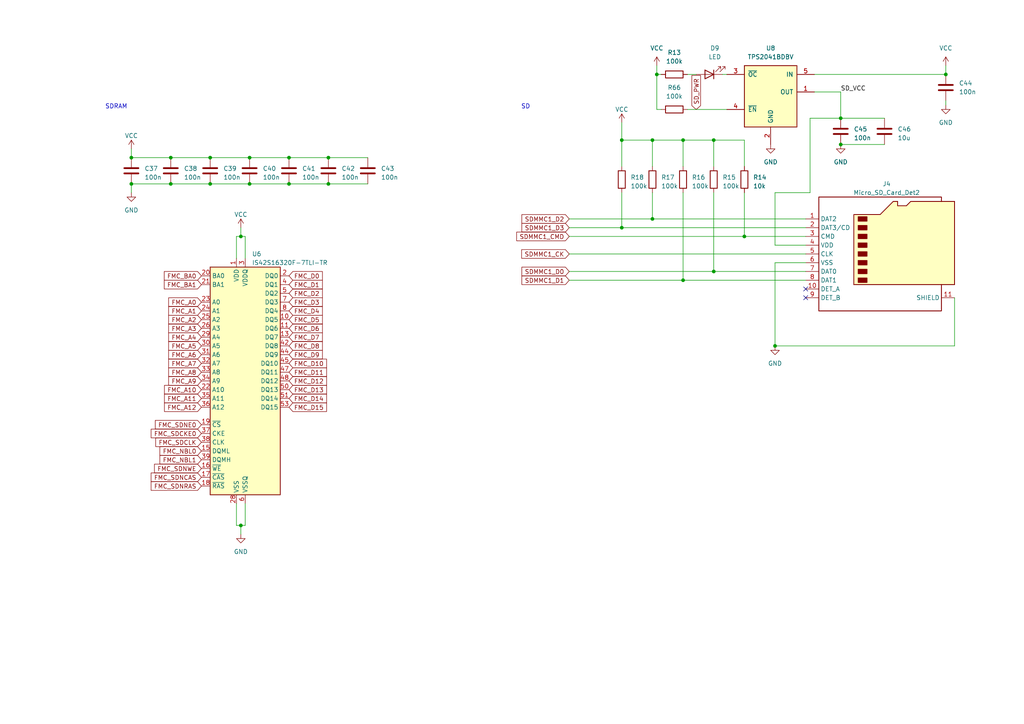
<source format=kicad_sch>
(kicad_sch (version 20230121) (generator eeschema)
  (paper "A4")
  (lib_symbols
    (symbol "Connector:Micro_SD_Card_Det2"
      (property "Reference" "J" (at -16.51 17.78 0))
      (property "Value" "Micro_SD_Card_Det2" (at 16.51 17.78 0))
      (symbol "Micro_SD_Card_Det2_0_1"
        (rectangle (start -7.62 -6.985) (end -5.08 -8.255) (stroke (width 0.254)) (fill (type outline)))
        (rectangle (start -7.62 -4.445) (end -5.08 -5.715) (stroke (width 0.254)) (fill (type outline)))
        (rectangle (start -7.62 -1.905) (end -5.08 -3.175) (stroke (width 0.254)) (fill (type outline)))
        (rectangle (start -7.62 0.635) (end -5.08 -0.635) (stroke (width 0.254)) (fill (type outline)))
        (rectangle (start -7.62 3.175) (end -5.08 1.905) (stroke (width 0.254)) (fill (type outline)))
        (rectangle (start -7.62 5.715) (end -5.08 4.445) (stroke (width 0.254)) (fill (type outline)))
        (rectangle (start -7.62 8.255) (end -5.08 6.985) (stroke (width 0.254)) (fill (type outline)))
        (rectangle (start -7.62 10.795) (end -5.08 9.525) (stroke (width 0.254)) (fill (type outline)))
        (polyline (pts (xy 16.51 15.24) (xy 16.51 16.51) (xy -19.05 16.51) (xy -19.05 -16.51) (xy 16.51 -16.51) (xy 16.51 -8.89)) (stroke (width 0.254)))
        (polyline (pts (xy -8.89 -8.89) (xy -8.89 11.43) (xy -1.27 11.43) (xy 2.54 15.24) (xy 3.81 15.24) (xy 3.81 13.97) (xy 6.35 13.97) (xy 7.62 15.24) (xy 20.32 15.24) (xy 20.32 -8.89) (xy -8.89 -8.89)) (stroke (width 0.254)) (fill (type background)))
      )
      (symbol "Micro_SD_Card_Det2_1_1"
        (pin bidirectional line (at -22.86 10.16 0) (length 3.81) (name "DAT2") (number "1"))
        (pin passive line (at -22.86 -10.16 0) (length 3.81) (name "DET_A") (number "10"))
        (pin passive line (at 20.32 -12.7 180) (length 3.81) (name "SHIELD") (number "11"))
        (pin bidirectional line (at -22.86 7.62 0) (length 3.81) (name "DAT3/CD") (number "2"))
        (pin input line (at -22.86 5.08 0) (length 3.81) (name "CMD") (number "3"))
        (pin power_in line (at -22.86 2.54 0) (length 3.81) (name "VDD") (number "4"))
        (pin input line (at -22.86 0 0) (length 3.81) (name "CLK") (number "5"))
        (pin power_in line (at -22.86 -2.54 0) (length 3.81) (name "VSS") (number "6"))
        (pin bidirectional line (at -22.86 -5.08 0) (length 3.81) (name "DAT0") (number "7"))
        (pin bidirectional line (at -22.86 -7.62 0) (length 3.81) (name "DAT1") (number "8"))
        (pin passive line (at -22.86 -12.7 0) (length 3.81) (name "DET_B") (number "9"))
      )
    )
    (symbol "Device:C" (pin_numbers hide) (pin_names (offset 0.254))
      (property "Reference" "C" (at 0.635 2.54 0))
      (property "Value" "C" (at 0.635 -2.54 0))
      (symbol "C_0_1"
        (polyline (pts (xy -2.032 -0.762) (xy 2.032 -0.762)) (stroke (width 0.508)))
        (polyline (pts (xy -2.032 0.762) (xy 2.032 0.762)) (stroke (width 0.508)))
      )
      (symbol "C_1_1"
        (pin passive line (at 0 3.81 270) (length 2.794) (name "~") (number "1"))
        (pin passive line (at 0 -3.81 90) (length 2.794) (name "~") (number "2"))
      )
    )
    (symbol "Device:LED" (pin_numbers hide) (pin_names (offset 1.016) hide)
      (property "Reference" "D" (at 0 2.54 0))
      (property "Value" "LED" (at 0 -2.54 0))
      (symbol "LED_0_1"
        (polyline (pts (xy -1.27 -1.27) (xy -1.27 1.27)) (stroke (width 0.254)))
        (polyline (pts (xy -1.27 0) (xy 1.27 0)))
        (polyline (pts (xy 1.27 -1.27) (xy 1.27 1.27) (xy -1.27 0) (xy 1.27 -1.27)) (stroke (width 0.254)))
        (polyline (pts (xy -3.048 -0.762) (xy -4.572 -2.286) (xy -3.81 -2.286) (xy -4.572 -2.286) (xy -4.572 -1.524)))
        (polyline (pts (xy -1.778 -0.762) (xy -3.302 -2.286) (xy -2.54 -2.286) (xy -3.302 -2.286) (xy -3.302 -1.524)))
      )
      (symbol "LED_1_1"
        (pin passive line (at -3.81 0 0) (length 2.54) (name "K") (number "1"))
        (pin passive line (at 3.81 0 180) (length 2.54) (name "A") (number "2"))
      )
    )
    (symbol "Device:R" (pin_numbers hide) (pin_names (offset 0))
      (property "Reference" "R" (at 2.032 0 90))
      (property "Value" "R" (at 0 0 90))
      (symbol "R_0_1"
        (rectangle (start -1.016 -2.54) (end 1.016 2.54) (stroke (width 0.254)))
      )
      (symbol "R_1_1"
        (pin passive line (at 0 3.81 270) (length 1.27) (name "~") (number "1"))
        (pin passive line (at 0 -3.81 90) (length 1.27) (name "~") (number "2"))
      )
    )
    (symbol "Memory_RAM:MT48LC16M16A2P"
      (property "Reference" "U" (at -8.89 34.29 0))
      (property "Value" "MT48LC16M16A2P" (at 8.89 34.29 0))
      (symbol "MT48LC16M16A2P_0_1"
        (rectangle (start -10.16 33.02) (end 10.16 -33.02) (stroke (width 0.254)) (fill (type background)))
      )
      (symbol "MT48LC16M16A2P_1_1"
        (pin power_in line (at -2.54 35.56 270) (length 2.54) (name "VDD") (number "1"))
        (pin bidirectional line (at 12.7 17.78 180) (length 2.54) (name "DQ5") (number "10"))
        (pin bidirectional line (at 12.7 15.24 180) (length 2.54) (name "DQ6") (number "11"))
        (pin passive line (at 0 -35.56 90) (length 2.54) hide (name "VSSQ") (number "12"))
        (pin bidirectional line (at 12.7 12.7 180) (length 2.54) (name "DQ7") (number "13"))
        (pin passive line (at -2.54 35.56 270) (length 2.54) hide (name "VDD") (number "14"))
        (pin input line (at -12.7 -20.32 0) (length 2.54) (name "DQML") (number "15"))
        (pin input line (at -12.7 -25.4 0) (length 2.54) (name "~{WE}") (number "16"))
        (pin input line (at -12.7 -27.94 0) (length 2.54) (name "~{CAS}") (number "17"))
        (pin input line (at -12.7 -30.48 0) (length 2.54) (name "~{RAS}") (number "18"))
        (pin input line (at -12.7 -12.7 0) (length 2.54) (name "~{CS}") (number "19"))
        (pin bidirectional line (at 12.7 30.48 180) (length 2.54) (name "DQ0") (number "2"))
        (pin input line (at -12.7 30.48 0) (length 2.54) (name "BA0") (number "20"))
        (pin input line (at -12.7 27.94 0) (length 2.54) (name "BA1") (number "21"))
        (pin input line (at -12.7 -2.54 0) (length 2.54) (name "A10") (number "22"))
        (pin input line (at -12.7 22.86 0) (length 2.54) (name "A0") (number "23"))
        (pin input line (at -12.7 20.32 0) (length 2.54) (name "A1") (number "24"))
        (pin input line (at -12.7 17.78 0) (length 2.54) (name "A2") (number "25"))
        (pin input line (at -12.7 15.24 0) (length 2.54) (name "A3") (number "26"))
        (pin passive line (at -2.54 35.56 270) (length 2.54) hide (name "VDD") (number "27"))
        (pin power_in line (at -2.54 -35.56 90) (length 2.54) (name "VSS") (number "28"))
        (pin input line (at -12.7 12.7 0) (length 2.54) (name "A4") (number "29"))
        (pin power_in line (at 0 35.56 270) (length 2.54) (name "VDDQ") (number "3"))
        (pin input line (at -12.7 10.16 0) (length 2.54) (name "A5") (number "30"))
        (pin input line (at -12.7 7.62 0) (length 2.54) (name "A6") (number "31"))
        (pin input line (at -12.7 5.08 0) (length 2.54) (name "A7") (number "32"))
        (pin input line (at -12.7 2.54 0) (length 2.54) (name "A8") (number "33"))
        (pin input line (at -12.7 0 0) (length 2.54) (name "A9") (number "34"))
        (pin input line (at -12.7 -5.08 0) (length 2.54) (name "A11") (number "35"))
        (pin input line (at -12.7 -7.62 0) (length 2.54) (name "A12") (number "36"))
        (pin input line (at -12.7 -15.24 0) (length 2.54) (name "CKE") (number "37"))
        (pin input line (at -12.7 -17.78 0) (length 2.54) (name "CLK") (number "38"))
        (pin input line (at -12.7 -22.86 0) (length 2.54) (name "DQMH") (number "39"))
        (pin bidirectional line (at 12.7 27.94 180) (length 2.54) (name "DQ1") (number "4"))
        (pin no_connect line (at 10.16 -20.32 180) (length 2.54) hide (name "NC") (number "40"))
        (pin passive line (at -2.54 -35.56 90) (length 2.54) hide (name "VSS") (number "41"))
        (pin bidirectional line (at 12.7 10.16 180) (length 2.54) (name "DQ8") (number "42"))
        (pin passive line (at 0 35.56 270) (length 2.54) hide (name "VDDQ") (number "43"))
        (pin bidirectional line (at 12.7 7.62 180) (length 2.54) (name "DQ9") (number "44"))
        (pin bidirectional line (at 12.7 5.08 180) (length 2.54) (name "DQ10") (number "45"))
        (pin passive line (at 0 -35.56 90) (length 2.54) hide (name "VSSQ") (number "46"))
        (pin bidirectional line (at 12.7 2.54 180) (length 2.54) (name "DQ11") (number "47"))
        (pin bidirectional line (at 12.7 0 180) (length 2.54) (name "DQ12") (number "48"))
        (pin passive line (at 0 35.56 270) (length 2.54) hide (name "VDDQ") (number "49"))
        (pin bidirectional line (at 12.7 25.4 180) (length 2.54) (name "DQ2") (number "5"))
        (pin bidirectional line (at 12.7 -2.54 180) (length 2.54) (name "DQ13") (number "50"))
        (pin bidirectional line (at 12.7 -5.08 180) (length 2.54) (name "DQ14") (number "51"))
        (pin passive line (at 0 -35.56 90) (length 2.54) hide (name "VSSQ") (number "52"))
        (pin bidirectional line (at 12.7 -7.62 180) (length 2.54) (name "DQ15") (number "53"))
        (pin passive line (at -2.54 -35.56 90) (length 2.54) hide (name "VSS") (number "54"))
        (pin power_in line (at 0 -35.56 90) (length 2.54) (name "VSSQ") (number "6"))
        (pin bidirectional line (at 12.7 22.86 180) (length 2.54) (name "DQ3") (number "7"))
        (pin bidirectional line (at 12.7 20.32 180) (length 2.54) (name "DQ4") (number "8"))
        (pin passive line (at 0 35.56 270) (length 2.54) hide (name "VDDQ") (number "9"))
      )
    )
    (symbol "Power_Management:TPS2041B" (pin_names (offset 1.016))
      (property "Reference" "U" (at 0 10.795 0))
      (property "Value" "TPS2041B" (at 0 8.89 0))
      (symbol "TPS2041B_0_1"
        (rectangle (start -7.62 7.62) (end 7.62 -10.16) (stroke (width 0.254)) (fill (type background)))
      )
      (symbol "TPS2041B_1_1"
        (pin power_out line (at 12.7 0 180) (length 5.08) (name "OUT") (number "1"))
        (pin power_in line (at 0 -15.24 90) (length 5.08) (name "GND") (number "2"))
        (pin open_collector line (at -12.7 5.08 0) (length 5.08) (name "~{OC}") (number "3"))
        (pin input line (at -12.7 -5.08 0) (length 5.08) (name "~{EN}") (number "4"))
        (pin power_in line (at 12.7 5.08 180) (length 5.08) (name "IN") (number "5"))
      )
    )
    (symbol "power:GND" (power) (pin_names (offset 0))
      (property "Value" "GND" (at 0 -3.81 0))
      (symbol "GND_0_1"
        (polyline (pts (xy 0 0) (xy 0 -1.27) (xy 1.27 -1.27) (xy 0 -2.54) (xy -1.27 -1.27) (xy 0 -1.27)))
      )
      (symbol "GND_1_1"
        (pin power_in line (at 0 0 270) (length 0) hide (name "GND") (number "1"))
      )
    )
    (symbol "power:VCC" (power) (pin_names (offset 0))
      (property "Value" "VCC" (at 0 3.81 0))
      (symbol "VCC_0_1"
        (polyline (pts (xy -0.762 1.27) (xy 0 2.54)))
        (polyline (pts (xy 0 0) (xy 0 2.54)))
        (polyline (pts (xy 0 2.54) (xy 0.762 1.27)))
      )
      (symbol "VCC_1_1"
        (pin power_in line (at 0 0 90) (length 0) hide (name "VCC") (number "1"))
      )
    )
  )
  (junction (at 189.23 40.64))
  (junction (at 243.84 34.29))
  (junction (at 72.39 53.34))
  (junction (at 215.9 68.58))
  (junction (at 190.5 21.59))
  (junction (at 83.82 45.72))
  (junction (at 83.82 53.34))
  (junction (at 180.34 66.04))
  (junction (at 198.12 40.64))
  (junction (at 49.53 45.72))
  (junction (at 60.96 53.34))
  (junction (at 207.01 78.74))
  (junction (at 69.85 68.58))
  (junction (at 49.53 53.34))
  (junction (at 224.79 100.33))
  (junction (at 198.12 81.28))
  (junction (at 243.84 41.91))
  (junction (at 38.1 53.34))
  (junction (at 274.32 21.59))
  (junction (at 69.85 152.4))
  (junction (at 72.39 45.72))
  (junction (at 207.01 40.64))
  (junction (at 189.23 63.5))
  (junction (at 95.25 45.72))
  (junction (at 60.96 45.72))
  (junction (at 38.1 45.72))
  (junction (at 95.25 53.34))
  (junction (at 180.34 40.64))
  (no_connect (at 233.68 86.36))
  (no_connect (at 233.68 83.82))
  (wire (pts (xy 71.12 74.93) (xy 71.12 68.58)))
  (wire (pts (xy 224.79 76.2) (xy 224.79 100.33)))
  (wire (pts (xy 165.1 78.74) (xy 207.01 78.74)))
  (wire (pts (xy 71.12 68.58) (xy 69.85 68.58)))
  (wire (pts (xy 165.1 63.5) (xy 189.23 63.5)))
  (wire (pts (xy 68.58 146.05) (xy 68.58 152.4)))
  (wire (pts (xy 243.84 34.29) (xy 256.54 34.29)))
  (wire (pts (xy 233.68 76.2) (xy 224.79 76.2)))
  (wire (pts (xy 190.5 31.75) (xy 191.77 31.75)))
  (wire (pts (xy 165.1 81.28) (xy 198.12 81.28)))
  (wire (pts (xy 69.85 68.58) (xy 69.85 66.04)))
  (wire (pts (xy 95.25 53.34) (xy 106.68 53.34)))
  (wire (pts (xy 199.39 21.59) (xy 201.93 21.59)))
  (wire (pts (xy 165.1 73.66) (xy 233.68 73.66)))
  (wire (pts (xy 236.22 26.67) (xy 243.84 26.67)))
  (wire (pts (xy 215.9 55.88) (xy 215.9 68.58)))
  (wire (pts (xy 189.23 55.88) (xy 189.23 63.5)))
  (wire (pts (xy 224.79 55.88) (xy 224.79 71.12)))
  (wire (pts (xy 38.1 53.34) (xy 38.1 55.88)))
  (wire (pts (xy 180.34 35.56) (xy 180.34 40.64)))
  (wire (pts (xy 180.34 66.04) (xy 233.68 66.04)))
  (wire (pts (xy 189.23 63.5) (xy 233.68 63.5)))
  (wire (pts (xy 83.82 45.72) (xy 95.25 45.72)))
  (wire (pts (xy 69.85 152.4) (xy 69.85 154.94)))
  (wire (pts (xy 60.96 45.72) (xy 72.39 45.72)))
  (wire (pts (xy 190.5 19.05) (xy 190.5 21.59)))
  (wire (pts (xy 198.12 81.28) (xy 233.68 81.28)))
  (wire (pts (xy 72.39 53.34) (xy 83.82 53.34)))
  (wire (pts (xy 276.86 100.33) (xy 224.79 100.33)))
  (wire (pts (xy 71.12 152.4) (xy 69.85 152.4)))
  (wire (pts (xy 207.01 55.88) (xy 207.01 78.74)))
  (wire (pts (xy 49.53 53.34) (xy 60.96 53.34)))
  (wire (pts (xy 95.25 45.72) (xy 106.68 45.72)))
  (wire (pts (xy 234.95 55.88) (xy 224.79 55.88)))
  (wire (pts (xy 189.23 48.26) (xy 189.23 40.64)))
  (wire (pts (xy 189.23 40.64) (xy 198.12 40.64)))
  (wire (pts (xy 68.58 152.4) (xy 69.85 152.4)))
  (wire (pts (xy 276.86 86.36) (xy 276.86 100.33)))
  (wire (pts (xy 68.58 68.58) (xy 69.85 68.58)))
  (wire (pts (xy 83.82 53.34) (xy 95.25 53.34)))
  (wire (pts (xy 38.1 43.18) (xy 38.1 45.72)))
  (wire (pts (xy 198.12 40.64) (xy 198.12 48.26)))
  (wire (pts (xy 49.53 45.72) (xy 60.96 45.72)))
  (wire (pts (xy 234.95 34.29) (xy 234.95 55.88)))
  (wire (pts (xy 68.58 74.93) (xy 68.58 68.58)))
  (wire (pts (xy 198.12 55.88) (xy 198.12 81.28)))
  (wire (pts (xy 165.1 66.04) (xy 180.34 66.04)))
  (wire (pts (xy 190.5 21.59) (xy 190.5 31.75)))
  (wire (pts (xy 38.1 45.72) (xy 49.53 45.72)))
  (wire (pts (xy 207.01 40.64) (xy 215.9 40.64)))
  (wire (pts (xy 165.1 68.58) (xy 215.9 68.58)))
  (wire (pts (xy 233.68 71.12) (xy 224.79 71.12)))
  (wire (pts (xy 38.1 53.34) (xy 49.53 53.34)))
  (wire (pts (xy 180.34 40.64) (xy 189.23 40.64)))
  (wire (pts (xy 243.84 26.67) (xy 243.84 34.29)))
  (wire (pts (xy 180.34 55.88) (xy 180.34 66.04)))
  (wire (pts (xy 207.01 78.74) (xy 233.68 78.74)))
  (wire (pts (xy 60.96 53.34) (xy 72.39 53.34)))
  (wire (pts (xy 243.84 34.29) (xy 234.95 34.29)))
  (wire (pts (xy 199.39 31.75) (xy 210.82 31.75)))
  (wire (pts (xy 207.01 40.64) (xy 207.01 48.26)))
  (wire (pts (xy 209.55 21.59) (xy 210.82 21.59)))
  (wire (pts (xy 190.5 21.59) (xy 191.77 21.59)))
  (wire (pts (xy 215.9 68.58) (xy 233.68 68.58)))
  (wire (pts (xy 198.12 40.64) (xy 207.01 40.64)))
  (wire (pts (xy 274.32 19.05) (xy 274.32 21.59)))
  (wire (pts (xy 243.84 41.91) (xy 256.54 41.91)))
  (wire (pts (xy 236.22 21.59) (xy 274.32 21.59)))
  (wire (pts (xy 72.39 45.72) (xy 83.82 45.72)))
  (wire (pts (xy 274.32 29.21) (xy 274.32 30.48)))
  (wire (pts (xy 71.12 146.05) (xy 71.12 152.4)))
  (wire (pts (xy 180.34 40.64) (xy 180.34 48.26)))
  (wire (pts (xy 215.9 48.26) (xy 215.9 40.64)))
  (text "SDRAM" (at 30.48 31.75 0) (effects (font (size 1.27 1.27)) (justify left bottom)))
  (text "SD" (at 151.13 31.75 0) (effects (font (size 1.27 1.27)) (justify left bottom)))
  (label "SD_VCC" (at 243.84 26.67 0))
  (global_label "FMC_A1" (shape input) (at 58.42 90.17 180) (property "Intersheetrefs" "${INTERSHEET_REFS}" (effects hide)))
  (global_label "FMC_A4" (shape input) (at 58.42 97.79 180) (property "Intersheetrefs" "${INTERSHEET_REFS}" (effects hide)))
  (global_label "FMC_A7" (shape input) (at 58.42 105.41 180) (property "Intersheetrefs" "${INTERSHEET_REFS}" (effects hide)))
  (global_label "SDMMC1_D0" (shape input) (at 165.1 78.74 180) (property "Intersheetrefs" "${INTERSHEET_REFS}" (effects hide)))
  (global_label "SDMMC1_D1" (shape input) (at 165.1 81.28 180) (property "Intersheetrefs" "${INTERSHEET_REFS}" (effects hide)))
  (global_label "FMC_D1" (shape input) (at 83.82 82.55 0) (property "Intersheetrefs" "${INTERSHEET_REFS}" (effects hide)))
  (global_label "FMC_D9" (shape input) (at 83.82 102.87 0) (property "Intersheetrefs" "${INTERSHEET_REFS}" (effects hide)))
  (global_label "FMC_D8" (shape input) (at 83.82 100.33 0) (property "Intersheetrefs" "${INTERSHEET_REFS}" (effects hide)))
  (global_label "FMC_NBL1" (shape input) (at 58.42 133.35 180) (property "Intersheetrefs" "${INTERSHEET_REFS}" (effects hide)))
  (global_label "FMC_SDNWE" (shape input) (at 58.42 135.89 180) (property "Intersheetrefs" "${INTERSHEET_REFS}" (effects hide)))
  (global_label "FMC_SDCKE0" (shape input) (at 58.42 125.73 180) (property "Intersheetrefs" "${INTERSHEET_REFS}" (effects hide)))
  (global_label "FMC_D14" (shape input) (at 83.82 115.57 0) (property "Intersheetrefs" "${INTERSHEET_REFS}" (effects hide)))
  (global_label "FMC_D3" (shape input) (at 83.82 87.63 0) (property "Intersheetrefs" "${INTERSHEET_REFS}" (effects hide)))
  (global_label "SD_PWR" (shape input) (at 201.93 31.75 90) (property "Intersheetrefs" "${INTERSHEET_REFS}" (effects hide)))
  (global_label "FMC_NBL0" (shape input) (at 58.42 130.81 180) (property "Intersheetrefs" "${INTERSHEET_REFS}" (effects hide)))
  (global_label "FMC_A8" (shape input) (at 58.42 107.95 180) (property "Intersheetrefs" "${INTERSHEET_REFS}" (effects hide)))
  (global_label "FMC_A6" (shape input) (at 58.42 102.87 180) (property "Intersheetrefs" "${INTERSHEET_REFS}" (effects hide)))
  (global_label "FMC_SDNRAS" (shape input) (at 58.42 140.97 180) (property "Intersheetrefs" "${INTERSHEET_REFS}" (effects hide)))
  (global_label "FMC_D7" (shape input) (at 83.82 97.79 0) (property "Intersheetrefs" "${INTERSHEET_REFS}" (effects hide)))
  (global_label "FMC_D4" (shape input) (at 83.82 90.17 0) (property "Intersheetrefs" "${INTERSHEET_REFS}" (effects hide)))
  (global_label "FMC_A9" (shape input) (at 58.42 110.49 180) (property "Intersheetrefs" "${INTERSHEET_REFS}" (effects hide)))
  (global_label "FMC_A5" (shape input) (at 58.42 100.33 180) (property "Intersheetrefs" "${INTERSHEET_REFS}" (effects hide)))
  (global_label "SDMMC1_D3" (shape input) (at 165.1 66.04 180) (property "Intersheetrefs" "${INTERSHEET_REFS}" (effects hide)))
  (global_label "FMC_A3" (shape input) (at 58.42 95.25 180) (property "Intersheetrefs" "${INTERSHEET_REFS}" (effects hide)))
  (global_label "FMC_A11" (shape input) (at 58.42 115.57 180) (property "Intersheetrefs" "${INTERSHEET_REFS}" (effects hide)))
  (global_label "FMC_D10" (shape input) (at 83.82 105.41 0) (property "Intersheetrefs" "${INTERSHEET_REFS}" (effects hide)))
  (global_label "FMC_A2" (shape input) (at 58.42 92.71 180) (property "Intersheetrefs" "${INTERSHEET_REFS}" (effects hide)))
  (global_label "FMC_D5" (shape input) (at 83.82 92.71 0) (property "Intersheetrefs" "${INTERSHEET_REFS}" (effects hide)))
  (global_label "FMC_D12" (shape input) (at 83.82 110.49 0) (property "Intersheetrefs" "${INTERSHEET_REFS}" (effects hide)))
  (global_label "FMC_SDNCAS" (shape input) (at 58.42 138.43 180) (property "Intersheetrefs" "${INTERSHEET_REFS}" (effects hide)))
  (global_label "FMC_D15" (shape input) (at 83.82 118.11 0) (property "Intersheetrefs" "${INTERSHEET_REFS}" (effects hide)))
  (global_label "FMC_D11" (shape input) (at 83.82 107.95 0) (property "Intersheetrefs" "${INTERSHEET_REFS}" (effects hide)))
  (global_label "SDMMC1_D2" (shape input) (at 165.1 63.5 180) (property "Intersheetrefs" "${INTERSHEET_REFS}" (effects hide)))
  (global_label "FMC_BA1" (shape input) (at 58.42 82.55 180) (property "Intersheetrefs" "${INTERSHEET_REFS}" (effects hide)))
  (global_label "FMC_BA0" (shape input) (at 58.42 80.01 180) (property "Intersheetrefs" "${INTERSHEET_REFS}" (effects hide)))
  (global_label "FMC_D0" (shape input) (at 83.82 80.01 0) (property "Intersheetrefs" "${INTERSHEET_REFS}" (effects hide)))
  (global_label "FMC_SDNE0" (shape input) (at 58.42 123.19 180) (property "Intersheetrefs" "${INTERSHEET_REFS}" (effects hide)))
  (global_label "FMC_SDCLK" (shape input) (at 58.42 128.27 180) (property "Intersheetrefs" "${INTERSHEET_REFS}" (effects hide)))
  (global_label "SDMMC1_CK" (shape input) (at 165.1 73.66 180) (property "Intersheetrefs" "${INTERSHEET_REFS}" (effects hide)))
  (global_label "FMC_D13" (shape input) (at 83.82 113.03 0) (property "Intersheetrefs" "${INTERSHEET_REFS}" (effects hide)))
  (global_label "FMC_A0" (shape input) (at 58.42 87.63 180) (property "Intersheetrefs" "${INTERSHEET_REFS}" (effects hide)))
  (global_label "SDMMC1_CMD" (shape input) (at 165.1 68.58 180) (property "Intersheetrefs" "${INTERSHEET_REFS}" (effects hide)))
  (global_label "FMC_D6" (shape input) (at 83.82 95.25 0) (property "Intersheetrefs" "${INTERSHEET_REFS}" (effects hide)))
  (global_label "FMC_A10" (shape input) (at 58.42 113.03 180) (property "Intersheetrefs" "${INTERSHEET_REFS}" (effects hide)))
  (global_label "FMC_D2" (shape input) (at 83.82 85.09 0) (property "Intersheetrefs" "${INTERSHEET_REFS}" (effects hide)))
  (global_label "FMC_A12" (shape input) (at 58.42 118.11 180) (property "Intersheetrefs" "${INTERSHEET_REFS}" (effects hide)))
  (symbol (lib_id "Device:C") (at 106.68 49.53 0) (unit 1)
    (property "Reference" "C43" (at 110.49 48.895 0) (effects (justify left)))
    (property "Value" "100n" (at 110.49 51.435 0) (effects (justify left)))
    (property "Footprint" "Capacitor_SMD:C_0603_1608Metric" (effects hide))
  )
  (symbol (lib_id "Device:C") (at 60.96 49.53 0) (unit 1)
    (property "Reference" "C39" (at 64.77 48.895 0) (effects (justify left)))
    (property "Value" "100n" (at 64.77 51.435 0) (effects (justify left)))
    (property "Footprint" "Capacitor_SMD:C_0603_1608Metric" (effects hide))
  )
  (symbol (lib_id "Device:R") (at 207.01 52.07 0) (unit 1)
    (property "Reference" "R15" (at 209.55 51.435 0) (effects (justify left)))
    (property "Value" "100k" (at 209.55 53.975 0) (effects (justify left)))
    (property "Footprint" "Resistor_SMD:R_0603_1608Metric" (effects hide))
  )
  (symbol (lib_id "Device:C") (at 256.54 38.1 0) (unit 1)
    (property "Reference" "C46" (at 260.35 37.465 0) (effects (justify left)))
    (property "Value" "10u" (at 260.35 40.005 0) (effects (justify left)))
    (property "Footprint" "Capacitor_SMD:C_0805_2012Metric" (effects hide))
  )
  (symbol (lib_id "Power_Management:TPS2041B") (at 223.52 26.67 0) (unit 1)
    (property "Reference" "U8" (at 223.52 13.97 0))
    (property "Value" "TPS2041BDBV" (at 223.52 16.51 0))
    (property "Footprint" "Package_TO_SOT_SMD:SOT-23-5" (effects hide))
    (property "Datasheet" "http://www.ti.com/lit/ds/symlink/tps2041.pdf" (effects hide))
  )
  (symbol (lib_id "Device:C") (at 243.84 38.1 0) (unit 1)
    (property "Reference" "C45" (at 247.65 37.465 0) (effects (justify left)))
    (property "Value" "100n" (at 247.65 40.005 0) (effects (justify left)))
    (property "Footprint" "Capacitor_SMD:C_0603_1608Metric" (effects hide))
  )
  (symbol (lib_id "Device:R") (at 198.12 52.07 0) (unit 1)
    (property "Reference" "R16" (at 200.66 51.435 0) (effects (justify left)))
    (property "Value" "100k" (at 200.66 53.975 0) (effects (justify left)))
    (property "Footprint" "Resistor_SMD:R_0603_1608Metric" (effects hide))
  )
  (symbol (lib_id "power:VCC") (at 274.32 19.05 0) (unit 1)
    (property "Reference" "#PWR021" (effects hide))
    (property "Value" "VCC" (at 274.32 13.97 0))
  )
  (symbol (lib_id "Memory_RAM:MT48LC16M16A2P") (at 71.12 110.49 0) (unit 1)
    (property "Reference" "U6" (at 73.0759 73.66 0) (effects (justify left)))
    (property "Value" "IS42S16320F-7TLI-TR" (at 73.0759 76.2 0) (effects (justify left)))
    (property "Footprint" "Package_SO:TSOP-II-54_22.2x10.16mm_P0.8mm" (effects hide))
    (property "Datasheet" "https://www.micron.com/-/media/client/global/documents/products/data-sheet/dram/256mb_sdr.pdf" (effects hide))
  )
  (symbol (lib_id "power:GND") (at 223.52 41.91 0) (unit 1)
    (property "Reference" "#PWR027" (effects hide))
    (property "Value" "GND" (at 223.52 46.99 0))
  )
  (symbol (lib_id "Device:C") (at 72.39 49.53 0) (unit 1)
    (property "Reference" "C40" (at 76.2 48.895 0) (effects (justify left)))
    (property "Value" "100n" (at 76.2 51.435 0) (effects (justify left)))
    (property "Footprint" "Capacitor_SMD:C_0603_1608Metric" (effects hide))
  )
  (symbol (lib_id "Device:C") (at 38.1 49.53 0) (unit 1)
    (property "Reference" "C37" (at 41.91 48.895 0) (effects (justify left)))
    (property "Value" "100n" (at 41.91 51.435 0) (effects (justify left)))
    (property "Footprint" "Capacitor_SMD:C_0603_1608Metric" (effects hide))
  )
  (symbol (lib_id "Connector:Micro_SD_Card_Det2") (at 256.54 73.66 0) (unit 1)
    (property "Reference" "J4" (at 257.175 53.34 0))
    (property "Value" "Micro_SD_Card_Det2" (at 257.175 55.88 0))
    (property "Footprint" "Connector_Card:microSD_HC_Molex_104031-0811" (effects hide))
    (property "Datasheet" "https://www.hirose.com/en/product/document?clcode=&productname=&series=DM3&documenttype=Catalog&lang=en&documentid=D49662_en" (effects hide))
  )
  (symbol (lib_id "Device:C") (at 49.53 49.53 0) (unit 1)
    (property "Reference" "C38" (at 53.34 48.895 0) (effects (justify left)))
    (property "Value" "100n" (at 53.34 51.435 0) (effects (justify left)))
    (property "Footprint" "Capacitor_SMD:C_0603_1608Metric" (effects hide))
  )
  (symbol (lib_id "power:GND") (at 243.84 41.91 0) (unit 1)
    (property "Reference" "#PWR023" (effects hide))
    (property "Value" "GND" (at 243.84 46.99 0))
  )
  (symbol (lib_id "Device:C") (at 83.82 49.53 0) (unit 1)
    (property "Reference" "C41" (at 87.63 48.895 0) (effects (justify left)))
    (property "Value" "100n" (at 87.63 51.435 0) (effects (justify left)))
    (property "Footprint" "Capacitor_SMD:C_0603_1608Metric" (effects hide))
  )
  (symbol (lib_id "power:VCC") (at 180.34 35.56 0) (unit 1)
    (property "Reference" "#PWR022" (effects hide))
    (property "Value" "VCC" (at 180.34 31.75 0))
  )
  (symbol (lib_id "power:GND") (at 224.79 100.33 0) (unit 1)
    (property "Reference" "#PWR020" (effects hide))
    (property "Value" "GND" (at 224.79 105.41 0))
  )
  (symbol (lib_id "power:GND") (at 69.85 154.94 0) (unit 1)
    (property "Reference" "#PWR017" (effects hide))
    (property "Value" "GND" (at 69.85 160.02 0))
  )
  (symbol (lib_id "power:GND") (at 38.1 55.88 0) (unit 1)
    (property "Reference" "#PWR019" (effects hide))
    (property "Value" "GND" (at 38.1 60.96 0))
  )
  (symbol (lib_id "Device:R") (at 180.34 52.07 0) (unit 1)
    (property "Reference" "R18" (at 182.88 51.435 0) (effects (justify left)))
    (property "Value" "100k" (at 182.88 53.975 0) (effects (justify left)))
    (property "Footprint" "Resistor_SMD:R_0603_1608Metric" (effects hide))
  )
  (symbol (lib_id "Device:R") (at 195.58 31.75 90) (unit 1)
    (property "Reference" "R66" (at 195.58 25.4 90))
    (property "Value" "100k" (at 195.58 27.94 90))
    (property "Footprint" "Resistor_SMD:R_0603_1608Metric" (effects hide))
  )
  (symbol (lib_id "Device:C") (at 95.25 49.53 0) (unit 1)
    (property "Reference" "C42" (at 99.06 48.895 0) (effects (justify left)))
    (property "Value" "100n" (at 99.06 51.435 0) (effects (justify left)))
    (property "Footprint" "Capacitor_SMD:C_0603_1608Metric" (effects hide))
  )
  (symbol (lib_id "Device:R") (at 195.58 21.59 90) (unit 1)
    (property "Reference" "R13" (at 195.58 15.24 90))
    (property "Value" "100k" (at 195.58 17.78 90))
    (property "Footprint" "Resistor_SMD:R_0603_1608Metric" (effects hide))
  )
  (symbol (lib_id "Device:R") (at 189.23 52.07 0) (unit 1)
    (property "Reference" "R17" (at 191.77 51.435 0) (effects (justify left)))
    (property "Value" "100k" (at 191.77 53.975 0) (effects (justify left)))
    (property "Footprint" "Resistor_SMD:R_0603_1608Metric" (effects hide))
  )
  (symbol (lib_id "power:GND") (at 274.32 30.48 0) (unit 1)
    (property "Reference" "#PWR028" (effects hide))
    (property "Value" "GND" (at 274.32 35.56 0))
  )
  (symbol (lib_id "power:VCC") (at 69.85 66.04 0) (unit 1)
    (property "Reference" "#PWR016" (effects hide))
    (property "Value" "VCC" (at 69.85 62.23 0))
  )
  (symbol (lib_id "Device:C") (at 274.32 25.4 0) (unit 1)
    (property "Reference" "C44" (at 278.13 24.13 0) (effects (justify left)))
    (property "Value" "100n" (at 278.13 26.67 0) (effects (justify left)))
    (property "Footprint" "Capacitor_SMD:C_0603_1608Metric" (effects hide))
  )
  (symbol (lib_id "Device:LED") (at 205.74 21.59 180) (unit 1)
    (property "Reference" "D9" (at 207.3275 13.97 0))
    (property "Value" "LED" (at 207.3275 16.51 0))
    (property "Footprint" "LED_SMD:LED_0603_1608Metric" (effects hide))
  )
  (symbol (lib_id "power:VCC") (at 38.1 43.18 0) (unit 1)
    (property "Reference" "#PWR018" (effects hide))
    (property "Value" "VCC" (at 38.1 39.37 0))
  )
  (symbol (lib_id "Device:R") (at 215.9 52.07 0) (unit 1)
    (property "Reference" "R14" (at 218.44 51.435 0) (effects (justify left)))
    (property "Value" "10k" (at 218.44 53.975 0) (effects (justify left)))
    (property "Footprint" "Resistor_SMD:R_0603_1608Metric" (effects hide))
  )
  (symbol (lib_id "power:VCC") (at 190.5 19.05 0) (unit 1)
    (property "Reference" "#PWR029" (effects hide))
    (property "Value" "VCC" (at 190.5 13.97 0))
  )
)
</source>
